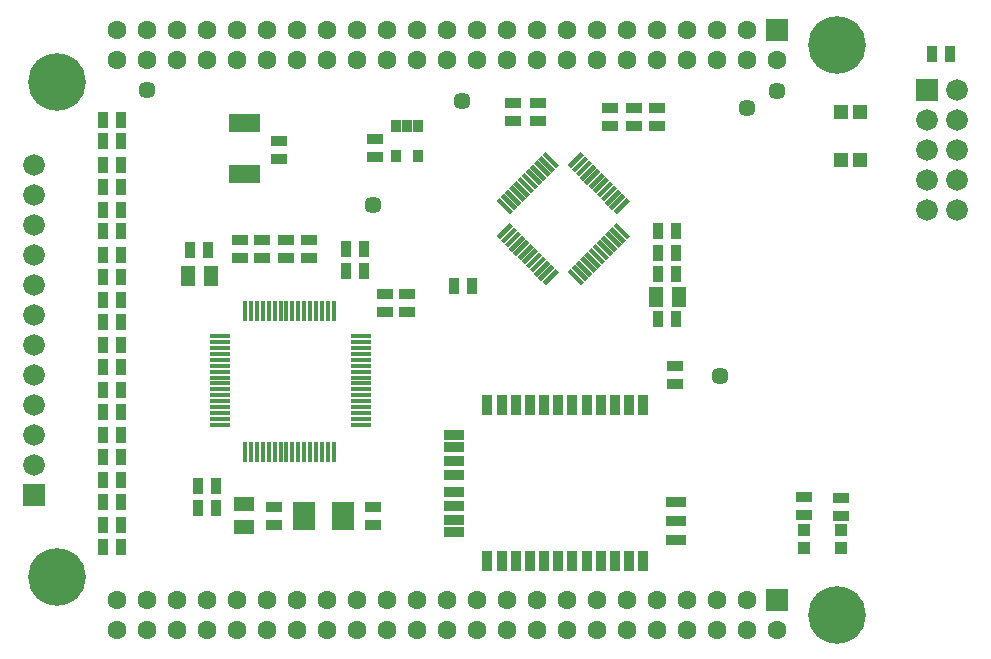
<source format=gts>
G04 (created by PCBNEW (2013-05-31 BZR 4019)-stable) date 7/19/2013 4:54:48 PM*
%MOIN*%
G04 Gerber Fmt 3.4, Leading zero omitted, Abs format*
%FSLAX34Y34*%
G01*
G70*
G90*
G04 APERTURE LIST*
%ADD10C,0.00590551*%
%ADD11R,0.0354X0.0669*%
%ADD12R,0.0669X0.0354*%
%ADD13R,0.066X0.0158*%
%ADD14R,0.0158X0.066*%
%ADD15R,0.067X0.047*%
%ADD16R,0.032X0.042*%
%ADD17R,0.047X0.067*%
%ADD18R,0.037X0.057*%
%ADD19R,0.057X0.037*%
%ADD20R,0.072X0.072*%
%ADD21C,0.072*%
%ADD22R,0.027X0.062*%
%ADD23C,0.057*%
%ADD24R,0.072X0.092*%
%ADD25C,0.192*%
%ADD26R,0.077X0.077*%
%ADD27C,0.0632*%
%ADD28R,0.0513701X0.0474331*%
%ADD29R,0.0434X0.0434*%
G04 APERTURE END LIST*
G54D10*
G54D11*
X-6452Y-12027D03*
X-6925Y-12027D03*
X-7397Y-12027D03*
X-7869Y-12027D03*
X-8342Y-12027D03*
X-8814Y-12027D03*
X-9286Y-12027D03*
X-9758Y-12027D03*
X-10231Y-12027D03*
X-10703Y-12027D03*
X-11175Y-12027D03*
X-11648Y-12027D03*
X-11648Y-17223D03*
X-11175Y-17223D03*
X-10703Y-17223D03*
X-10231Y-17223D03*
X-9758Y-17223D03*
X-9286Y-17223D03*
X-8814Y-17223D03*
X-8342Y-17223D03*
X-7869Y-17223D03*
X-7397Y-17223D03*
X-6925Y-17223D03*
X-6452Y-17223D03*
G54D12*
X-5350Y-16514D03*
X-5350Y-15884D03*
X-5350Y-15254D03*
X-12750Y-15845D03*
X-12750Y-13405D03*
X-12750Y-13003D03*
X-12750Y-13877D03*
X-12750Y-14350D03*
X-12750Y-14900D03*
X-12750Y-15373D03*
X-12750Y-16247D03*
G54D13*
X-20561Y-9724D03*
X-20561Y-9921D03*
X-20561Y-10118D03*
X-20561Y-10315D03*
X-20561Y-10512D03*
X-20561Y-10708D03*
X-20561Y-10905D03*
X-20561Y-11102D03*
X-20561Y-11299D03*
X-20561Y-11496D03*
X-20561Y-11693D03*
X-20561Y-11889D03*
X-20561Y-12086D03*
X-20561Y-12283D03*
X-20561Y-12480D03*
X-20561Y-12677D03*
G54D14*
X-19726Y-13575D03*
X-19529Y-13575D03*
X-19332Y-13575D03*
X-19135Y-13575D03*
X-18938Y-13575D03*
X-18742Y-13575D03*
X-18545Y-13575D03*
X-18348Y-13575D03*
X-18151Y-13575D03*
X-17954Y-13575D03*
X-17757Y-13575D03*
X-17561Y-13575D03*
X-17364Y-13575D03*
X-17167Y-13575D03*
X-16970Y-13575D03*
X-16773Y-13575D03*
G54D13*
X-15875Y-12677D03*
X-15875Y-12480D03*
X-15875Y-12283D03*
X-15875Y-12086D03*
X-15875Y-11889D03*
X-15875Y-11693D03*
X-15875Y-11496D03*
X-15875Y-11299D03*
X-15875Y-11102D03*
X-15875Y-10905D03*
X-15875Y-10708D03*
X-15875Y-10512D03*
X-15875Y-10315D03*
X-15875Y-10118D03*
X-15875Y-9921D03*
X-15875Y-9724D03*
G54D14*
X-16773Y-8889D03*
X-16970Y-8889D03*
X-17364Y-8889D03*
X-17167Y-8882D03*
X-17561Y-8889D03*
X-17757Y-8889D03*
X-17954Y-8889D03*
X-18151Y-8889D03*
X-18348Y-8889D03*
X-18545Y-8889D03*
X-18739Y-8889D03*
X-18936Y-8889D03*
X-19133Y-8889D03*
X-19330Y-8889D03*
X-19526Y-8889D03*
X-19723Y-8889D03*
G54D10*
G36*
X-11351Y-6384D02*
X-10906Y-5939D01*
X-10794Y-6051D01*
X-11239Y-6496D01*
X-11351Y-6384D01*
X-11351Y-6384D01*
G37*
G36*
X-11212Y-6524D02*
X-10766Y-6078D01*
X-10655Y-6190D01*
X-11100Y-6635D01*
X-11212Y-6524D01*
X-11212Y-6524D01*
G37*
G36*
X-11073Y-6663D02*
X-10627Y-6217D01*
X-10515Y-6329D01*
X-10961Y-6775D01*
X-11073Y-6663D01*
X-11073Y-6663D01*
G37*
G36*
X-10934Y-6801D02*
X-10489Y-6356D01*
X-10377Y-6468D01*
X-10822Y-6913D01*
X-10934Y-6801D01*
X-10934Y-6801D01*
G37*
G36*
X-10795Y-6941D02*
X-10349Y-6495D01*
X-10237Y-6607D01*
X-10683Y-7052D01*
X-10795Y-6941D01*
X-10795Y-6941D01*
G37*
G36*
X-10655Y-7080D02*
X-10210Y-6635D01*
X-10098Y-6746D01*
X-10544Y-7192D01*
X-10655Y-7080D01*
X-10655Y-7080D01*
G37*
G36*
X-10517Y-7219D02*
X-10071Y-6773D01*
X-9960Y-6885D01*
X-10405Y-7330D01*
X-10517Y-7219D01*
X-10517Y-7219D01*
G37*
G36*
X-10377Y-7358D02*
X-9932Y-6912D01*
X-9820Y-7024D01*
X-10266Y-7470D01*
X-10377Y-7358D01*
X-10377Y-7358D01*
G37*
G36*
X-10238Y-7497D02*
X-9793Y-7052D01*
X-9681Y-7164D01*
X-10126Y-7609D01*
X-10238Y-7497D01*
X-10238Y-7497D01*
G37*
G36*
X-10100Y-7636D02*
X-9654Y-7190D01*
X-9542Y-7302D01*
X-9988Y-7748D01*
X-10100Y-7636D01*
X-10100Y-7636D01*
G37*
G36*
X-9960Y-7775D02*
X-9515Y-7330D01*
X-9403Y-7441D01*
X-9849Y-7887D01*
X-9960Y-7775D01*
X-9960Y-7775D01*
G37*
G36*
X-9821Y-7914D02*
X-9376Y-7469D01*
X-9264Y-7581D01*
X-9709Y-8026D01*
X-9821Y-7914D01*
X-9821Y-7914D01*
G37*
G36*
X-8985Y-7581D02*
X-8873Y-7469D01*
X-8428Y-7914D01*
X-8540Y-8026D01*
X-8985Y-7581D01*
X-8985Y-7581D01*
G37*
G36*
X-8846Y-7441D02*
X-8734Y-7330D01*
X-8289Y-7775D01*
X-8400Y-7887D01*
X-8846Y-7441D01*
X-8846Y-7441D01*
G37*
G36*
X-8707Y-7302D02*
X-8595Y-7190D01*
X-8149Y-7636D01*
X-8261Y-7748D01*
X-8707Y-7302D01*
X-8707Y-7302D01*
G37*
G36*
X-8568Y-7164D02*
X-8456Y-7052D01*
X-8011Y-7497D01*
X-8123Y-7609D01*
X-8568Y-7164D01*
X-8568Y-7164D01*
G37*
G36*
X-8429Y-7024D02*
X-8317Y-6912D01*
X-7872Y-7358D01*
X-7983Y-7470D01*
X-8429Y-7024D01*
X-8429Y-7024D01*
G37*
G36*
X-8289Y-6885D02*
X-8178Y-6773D01*
X-7732Y-7219D01*
X-7844Y-7330D01*
X-8289Y-6885D01*
X-8289Y-6885D01*
G37*
G36*
X-8151Y-6746D02*
X-8039Y-6635D01*
X-7594Y-7080D01*
X-7705Y-7192D01*
X-8151Y-6746D01*
X-8151Y-6746D01*
G37*
G36*
X-8012Y-6607D02*
X-7900Y-6495D01*
X-7454Y-6941D01*
X-7566Y-7052D01*
X-8012Y-6607D01*
X-8012Y-6607D01*
G37*
G36*
X-7872Y-6468D02*
X-7760Y-6356D01*
X-7315Y-6801D01*
X-7427Y-6913D01*
X-7872Y-6468D01*
X-7872Y-6468D01*
G37*
G36*
X-7734Y-6329D02*
X-7622Y-6217D01*
X-7176Y-6663D01*
X-7288Y-6775D01*
X-7734Y-6329D01*
X-7734Y-6329D01*
G37*
G36*
X-7594Y-6190D02*
X-7483Y-6078D01*
X-7037Y-6524D01*
X-7149Y-6635D01*
X-7594Y-6190D01*
X-7594Y-6190D01*
G37*
G36*
X-7455Y-6051D02*
X-7343Y-5939D01*
X-6898Y-6384D01*
X-7010Y-6496D01*
X-7455Y-6051D01*
X-7455Y-6051D01*
G37*
G36*
X-7455Y-5548D02*
X-7010Y-5103D01*
X-6898Y-5215D01*
X-7343Y-5660D01*
X-7455Y-5548D01*
X-7455Y-5548D01*
G37*
G36*
X-7594Y-5409D02*
X-7149Y-4964D01*
X-7037Y-5075D01*
X-7483Y-5521D01*
X-7594Y-5409D01*
X-7594Y-5409D01*
G37*
G36*
X-7734Y-5270D02*
X-7288Y-4824D01*
X-7176Y-4936D01*
X-7622Y-5382D01*
X-7734Y-5270D01*
X-7734Y-5270D01*
G37*
G36*
X-7872Y-5131D02*
X-7427Y-4686D01*
X-7315Y-4798D01*
X-7760Y-5243D01*
X-7872Y-5131D01*
X-7872Y-5131D01*
G37*
G36*
X-8012Y-4992D02*
X-7566Y-4547D01*
X-7454Y-4658D01*
X-7900Y-5104D01*
X-8012Y-4992D01*
X-8012Y-4992D01*
G37*
G36*
X-8151Y-4853D02*
X-7705Y-4407D01*
X-7594Y-4519D01*
X-8039Y-4964D01*
X-8151Y-4853D01*
X-8151Y-4853D01*
G37*
G36*
X-8289Y-4714D02*
X-7844Y-4269D01*
X-7732Y-4380D01*
X-8178Y-4826D01*
X-8289Y-4714D01*
X-8289Y-4714D01*
G37*
G36*
X-8429Y-4575D02*
X-7983Y-4129D01*
X-7872Y-4241D01*
X-8317Y-4687D01*
X-8429Y-4575D01*
X-8429Y-4575D01*
G37*
G36*
X-8568Y-4435D02*
X-8123Y-3990D01*
X-8011Y-4102D01*
X-8456Y-4547D01*
X-8568Y-4435D01*
X-8568Y-4435D01*
G37*
G36*
X-8707Y-4297D02*
X-8261Y-3851D01*
X-8149Y-3963D01*
X-8595Y-4409D01*
X-8707Y-4297D01*
X-8707Y-4297D01*
G37*
G36*
X-8846Y-4158D02*
X-8400Y-3712D01*
X-8289Y-3824D01*
X-8734Y-4269D01*
X-8846Y-4158D01*
X-8846Y-4158D01*
G37*
G36*
X-8985Y-4018D02*
X-8540Y-3573D01*
X-8428Y-3685D01*
X-8873Y-4130D01*
X-8985Y-4018D01*
X-8985Y-4018D01*
G37*
G36*
X-9821Y-3685D02*
X-9709Y-3573D01*
X-9264Y-4018D01*
X-9376Y-4130D01*
X-9821Y-3685D01*
X-9821Y-3685D01*
G37*
G36*
X-9960Y-3824D02*
X-9849Y-3712D01*
X-9403Y-4158D01*
X-9515Y-4269D01*
X-9960Y-3824D01*
X-9960Y-3824D01*
G37*
G36*
X-10100Y-3963D02*
X-9988Y-3851D01*
X-9542Y-4297D01*
X-9654Y-4409D01*
X-10100Y-3963D01*
X-10100Y-3963D01*
G37*
G36*
X-10238Y-4102D02*
X-10126Y-3990D01*
X-9681Y-4435D01*
X-9793Y-4547D01*
X-10238Y-4102D01*
X-10238Y-4102D01*
G37*
G36*
X-10377Y-4241D02*
X-10266Y-4129D01*
X-9820Y-4575D01*
X-9932Y-4687D01*
X-10377Y-4241D01*
X-10377Y-4241D01*
G37*
G36*
X-10517Y-4380D02*
X-10405Y-4269D01*
X-9960Y-4714D01*
X-10071Y-4826D01*
X-10517Y-4380D01*
X-10517Y-4380D01*
G37*
G36*
X-10655Y-4519D02*
X-10544Y-4407D01*
X-10098Y-4853D01*
X-10210Y-4964D01*
X-10655Y-4519D01*
X-10655Y-4519D01*
G37*
G36*
X-10795Y-4658D02*
X-10683Y-4547D01*
X-10237Y-4992D01*
X-10349Y-5104D01*
X-10795Y-4658D01*
X-10795Y-4658D01*
G37*
G36*
X-10934Y-4798D02*
X-10822Y-4686D01*
X-10377Y-5131D01*
X-10489Y-5243D01*
X-10934Y-4798D01*
X-10934Y-4798D01*
G37*
G36*
X-11073Y-4936D02*
X-10961Y-4824D01*
X-10515Y-5270D01*
X-10627Y-5382D01*
X-11073Y-4936D01*
X-11073Y-4936D01*
G37*
G36*
X-11212Y-5075D02*
X-11100Y-4964D01*
X-10655Y-5409D01*
X-10766Y-5521D01*
X-11212Y-5075D01*
X-11212Y-5075D01*
G37*
G36*
X-11351Y-5215D02*
X-11239Y-5103D01*
X-10794Y-5548D01*
X-10906Y-5660D01*
X-11351Y-5215D01*
X-11351Y-5215D01*
G37*
G54D15*
X-19750Y-16075D03*
X-19750Y-15325D03*
G54D16*
X-13950Y-2725D03*
X-14700Y-2725D03*
X-13950Y-3725D03*
X-14325Y-2725D03*
X-14700Y-3725D03*
G54D17*
X-21625Y-7700D03*
X-20875Y-7700D03*
G54D18*
X-24450Y-16000D03*
X-23850Y-16000D03*
X-24450Y-5500D03*
X-23850Y-5500D03*
X-24450Y-14500D03*
X-23850Y-14500D03*
X-24450Y-13000D03*
X-23850Y-13000D03*
X-24450Y-11500D03*
X-23850Y-11500D03*
X-24450Y-10000D03*
X-23850Y-10000D03*
X-24450Y-8500D03*
X-23850Y-8500D03*
X-24450Y-7000D03*
X-23850Y-7000D03*
X-23850Y-12250D03*
X-24450Y-12250D03*
G54D19*
X-14325Y-8900D03*
X-14325Y-8300D03*
G54D18*
X-24450Y-4000D03*
X-23850Y-4000D03*
X-24450Y-2500D03*
X-23850Y-2500D03*
X-24450Y-4750D03*
X-23850Y-4750D03*
X-5950Y-9150D03*
X-5350Y-9150D03*
X-5950Y-6950D03*
X-5350Y-6950D03*
G54D19*
X-6775Y-2700D03*
X-6775Y-2100D03*
G54D18*
X-23850Y-16750D03*
X-24450Y-16750D03*
G54D19*
X-7575Y-2700D03*
X-7575Y-2100D03*
X-5400Y-10700D03*
X-5400Y-11300D03*
G54D18*
X3175Y-300D03*
X3775Y-300D03*
X-16350Y-6800D03*
X-15750Y-6800D03*
G54D19*
X-9950Y-2550D03*
X-9950Y-1950D03*
X-10800Y-2550D03*
X-10800Y-1950D03*
X-18750Y-15400D03*
X-18750Y-16000D03*
X-17600Y-7100D03*
X-17600Y-6500D03*
X-18350Y-7100D03*
X-18350Y-6500D03*
G54D18*
X-16350Y-7550D03*
X-15750Y-7550D03*
X-23850Y-15250D03*
X-24450Y-15250D03*
G54D19*
X-15075Y-8900D03*
X-15075Y-8300D03*
X-19150Y-7100D03*
X-19150Y-6500D03*
X-19900Y-7100D03*
X-19900Y-6500D03*
G54D18*
X-23850Y-13750D03*
X-24450Y-13750D03*
X-23850Y-10750D03*
X-24450Y-10750D03*
X-23850Y-9250D03*
X-24450Y-9250D03*
X-23850Y-7750D03*
X-24450Y-7750D03*
X-23850Y-6200D03*
X-24450Y-6200D03*
X-23850Y-3200D03*
X-24450Y-3200D03*
G54D19*
X-18600Y-3800D03*
X-18600Y-3200D03*
G54D18*
X-5350Y-6225D03*
X-5950Y-6225D03*
G54D19*
X-6000Y-2100D03*
X-6000Y-2700D03*
G54D18*
X-12775Y-8050D03*
X-12175Y-8050D03*
X-20700Y-15450D03*
X-21300Y-15450D03*
X-20700Y-14700D03*
X-21300Y-14700D03*
G54D20*
X3000Y-1500D03*
G54D21*
X4000Y-1500D03*
X3000Y-2500D03*
X4000Y-2500D03*
X3000Y-3500D03*
X4000Y-3500D03*
X3000Y-4500D03*
X4000Y-4500D03*
X3000Y-5500D03*
X4000Y-5500D03*
X-26750Y-4000D03*
X-26750Y-5000D03*
X-26750Y-6000D03*
X-26750Y-7000D03*
X-26750Y-8000D03*
X-26750Y-9000D03*
G54D20*
X-26750Y-15000D03*
G54D21*
X-26750Y-14000D03*
X-26750Y-13000D03*
X-26750Y-12000D03*
X-26750Y-11000D03*
X-26750Y-10000D03*
G54D22*
X-19366Y-2600D03*
X-19622Y-2600D03*
X-19878Y-2600D03*
X-20134Y-2600D03*
X-20134Y-4300D03*
X-19878Y-4300D03*
X-19622Y-4300D03*
X-19366Y-4300D03*
G54D23*
X-2000Y-1550D03*
G54D19*
X-15400Y-3750D03*
X-15400Y-3150D03*
X-15450Y-15400D03*
X-15450Y-16000D03*
G54D18*
X-20950Y-6850D03*
X-21550Y-6850D03*
X-5950Y-7650D03*
X-5350Y-7650D03*
G54D17*
X-6025Y-8400D03*
X-5275Y-8400D03*
G54D24*
X-17750Y-15700D03*
X-16450Y-15700D03*
G54D25*
X-26000Y-1250D03*
X0Y0D03*
X0Y-19000D03*
X-26000Y-17750D03*
G54D26*
X-2000Y500D03*
G54D27*
X-2000Y-500D03*
X-3000Y500D03*
X-3000Y-500D03*
X-4000Y500D03*
X-4000Y-500D03*
X-5000Y500D03*
X-5000Y-500D03*
X-6000Y500D03*
X-6000Y-500D03*
X-7000Y500D03*
X-7000Y-500D03*
X-8000Y500D03*
X-8000Y-500D03*
X-9000Y500D03*
X-9000Y-500D03*
X-10000Y500D03*
X-10000Y-500D03*
X-11000Y500D03*
X-11000Y-500D03*
X-12000Y500D03*
X-12000Y-500D03*
X-13000Y500D03*
X-13000Y-500D03*
X-14000Y500D03*
X-14000Y-500D03*
X-15000Y500D03*
X-15000Y-500D03*
X-16000Y500D03*
X-16000Y-500D03*
X-17000Y500D03*
X-17000Y-500D03*
X-18000Y500D03*
X-18000Y-500D03*
X-19000Y500D03*
X-19000Y-500D03*
X-20000Y500D03*
X-20000Y-500D03*
X-21000Y500D03*
X-21000Y-500D03*
X-22000Y500D03*
X-22000Y-500D03*
X-23000Y500D03*
X-23000Y-500D03*
X-24000Y500D03*
X-24000Y-500D03*
G54D26*
X-2000Y-18500D03*
G54D27*
X-2000Y-19500D03*
X-3000Y-18500D03*
X-3000Y-19500D03*
X-4000Y-18500D03*
X-4000Y-19500D03*
X-5000Y-18500D03*
X-5000Y-19500D03*
X-6000Y-18500D03*
X-6000Y-19500D03*
X-7000Y-18500D03*
X-7000Y-19500D03*
X-8000Y-18500D03*
X-8000Y-19500D03*
X-9000Y-18500D03*
X-9000Y-19500D03*
X-10000Y-18500D03*
X-10000Y-19500D03*
X-11000Y-18500D03*
X-11000Y-19500D03*
X-12000Y-18500D03*
X-12000Y-19500D03*
X-13000Y-18500D03*
X-13000Y-19500D03*
X-14000Y-18500D03*
X-14000Y-19500D03*
X-15000Y-18500D03*
X-15000Y-19500D03*
X-16000Y-18500D03*
X-16000Y-19500D03*
X-17000Y-18500D03*
X-17000Y-19500D03*
X-18000Y-18500D03*
X-18000Y-19500D03*
X-19000Y-18500D03*
X-19000Y-19500D03*
X-20000Y-18500D03*
X-20000Y-19500D03*
X-21000Y-18500D03*
X-21000Y-19500D03*
X-22000Y-18500D03*
X-22000Y-19500D03*
X-23000Y-18500D03*
X-23000Y-19500D03*
X-24000Y-18500D03*
X-24000Y-19500D03*
G54D28*
X761Y-2242D03*
X131Y-2242D03*
X761Y-3857D03*
X131Y-3857D03*
G54D19*
X-1100Y-15675D03*
X-1100Y-15075D03*
X150Y-15700D03*
X150Y-15100D03*
G54D29*
X-1100Y-16770D03*
X-1100Y-16180D03*
X150Y-16770D03*
X150Y-16180D03*
G54D23*
X-12500Y-1875D03*
X-3000Y-2125D03*
X-23000Y-1525D03*
X-15475Y-5350D03*
X-3900Y-11050D03*
M02*

</source>
